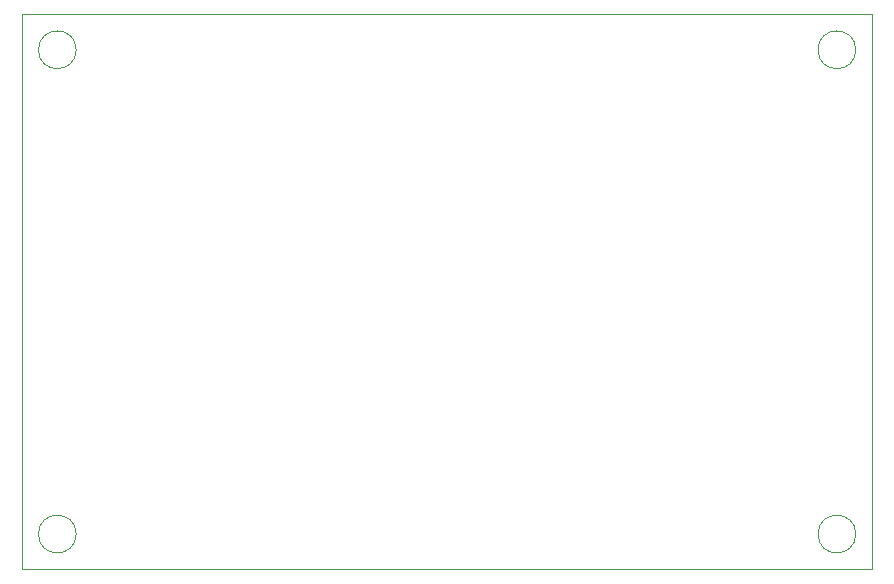
<source format=gbr>
%TF.GenerationSoftware,KiCad,Pcbnew,(6.0.7)*%
%TF.CreationDate,2023-12-12T10:26:36+09:00*%
%TF.ProjectId,Odometry,4f646f6d-6574-4727-992e-6b696361645f,rev?*%
%TF.SameCoordinates,Original*%
%TF.FileFunction,Profile,NP*%
%FSLAX46Y46*%
G04 Gerber Fmt 4.6, Leading zero omitted, Abs format (unit mm)*
G04 Created by KiCad (PCBNEW (6.0.7)) date 2023-12-12 10:26:36*
%MOMM*%
%LPD*%
G01*
G04 APERTURE LIST*
%TA.AperFunction,Profile*%
%ADD10C,0.100000*%
%TD*%
G04 APERTURE END LIST*
D10*
X85262500Y-17837500D02*
G75*
G03*
X85262500Y-17837500I-1600000J0D01*
G01*
X14662500Y-14837500D02*
X86662500Y-14837500D01*
X86662500Y-14837500D02*
X86662500Y-61837500D01*
X86662500Y-61837500D02*
X14662500Y-61837500D01*
X14662500Y-61837500D02*
X14662500Y-14837500D01*
X85262500Y-58837500D02*
G75*
G03*
X85262500Y-58837500I-1600000J0D01*
G01*
X19262500Y-58837500D02*
G75*
G03*
X19262500Y-58837500I-1600000J0D01*
G01*
X19262500Y-17837500D02*
G75*
G03*
X19262500Y-17837500I-1600000J0D01*
G01*
M02*

</source>
